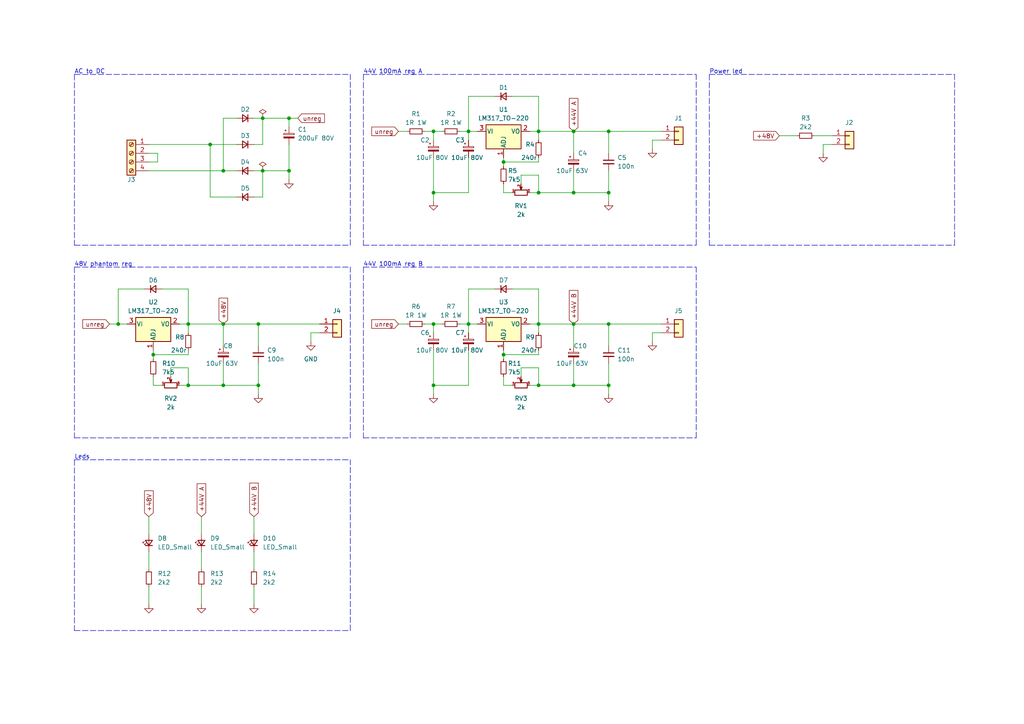
<source format=kicad_sch>
(kicad_sch (version 20211123) (generator eeschema)
  (paper "A4")
  (lib_symbols
    (symbol "Connector:Screw_Terminal_01x04" (pin_names (offset 1.016) hide)
      (property "Reference" "J" (at 0 5.08 0))
      (property "Value" "Screw_Terminal_01x04" (at 0 -7.62 0))
      (symbol "Screw_Terminal_01x04_1_1"
        (rectangle (start -1.27 3.81) (end 1.27 -6.35) (stroke (width 0.254)) (fill (type background)))
        (circle (center 0 -5.08) (radius 0.635) (stroke (width 0.1524)))
        (circle (center 0 -2.54) (radius 0.635) (stroke (width 0.1524)))
        (polyline (pts (xy -0.5334 -4.7498) (xy 0.3302 -5.588)) (stroke (width 0.1524)))
        (polyline (pts (xy -0.5334 -2.2098) (xy 0.3302 -3.048)) (stroke (width 0.1524)))
        (polyline (pts (xy -0.5334 0.3302) (xy 0.3302 -0.508)) (stroke (width 0.1524)))
        (polyline (pts (xy -0.5334 2.8702) (xy 0.3302 2.032)) (stroke (width 0.1524)))
        (polyline (pts (xy -0.3556 -4.572) (xy 0.508 -5.4102)) (stroke (width 0.1524)))
        (polyline (pts (xy -0.3556 -2.032) (xy 0.508 -2.8702)) (stroke (width 0.1524)))
        (polyline (pts (xy -0.3556 0.508) (xy 0.508 -0.3302)) (stroke (width 0.1524)))
        (polyline (pts (xy -0.3556 3.048) (xy 0.508 2.2098)) (stroke (width 0.1524)))
        (circle (center 0 0) (radius 0.635) (stroke (width 0.1524)))
        (circle (center 0 2.54) (radius 0.635) (stroke (width 0.1524)))
        (pin passive line (at -5.08 2.54 0) (length 3.81) (name "Pin_1") (number "1"))
        (pin passive line (at -5.08 0 0) (length 3.81) (name "Pin_2") (number "2"))
        (pin passive line (at -5.08 -2.54 0) (length 3.81) (name "Pin_3") (number "3"))
        (pin passive line (at -5.08 -5.08 0) (length 3.81) (name "Pin_4") (number "4"))
      )
    )
    (symbol "Connector_Generic:Conn_01x02" (pin_names (offset 1.016) hide)
      (property "Reference" "J" (at 0 2.54 0))
      (property "Value" "Conn_01x02" (at 0 -5.08 0))
      (symbol "Conn_01x02_1_1"
        (rectangle (start -1.27 -2.413) (end 0 -2.667) (stroke (width 0.1524)))
        (rectangle (start -1.27 0.127) (end 0 -0.127) (stroke (width 0.1524)))
        (rectangle (start -1.27 1.27) (end 1.27 -3.81) (stroke (width 0.254)) (fill (type background)))
        (pin passive line (at -5.08 0 0) (length 3.81) (name "Pin_1") (number "1"))
        (pin passive line (at -5.08 -2.54 0) (length 3.81) (name "Pin_2") (number "2"))
      )
    )
    (symbol "Device:C_Polarized_Small" (pin_numbers hide) (pin_names (offset 0.254) hide)
      (property "Reference" "C" (at 0.254 1.778 0))
      (property "Value" "C_Polarized_Small" (at 0.254 -2.032 0))
      (symbol "C_Polarized_Small_0_1"
        (rectangle (start -1.524 -0.3048) (end 1.524 -0.6858) (fill (type outline)))
        (rectangle (start -1.524 0.6858) (end 1.524 0.3048))
        (polyline (pts (xy -1.27 1.524) (xy -0.762 1.524)))
        (polyline (pts (xy -1.016 1.27) (xy -1.016 1.778)))
      )
      (symbol "C_Polarized_Small_1_1"
        (pin passive line (at 0 2.54 270) (length 1.8542) (name "~") (number "1"))
        (pin passive line (at 0 -2.54 90) (length 1.8542) (name "~") (number "2"))
      )
    )
    (symbol "Device:C_Small" (pin_numbers hide) (pin_names (offset 0.254) hide)
      (property "Reference" "C" (at 0.254 1.778 0))
      (property "Value" "C_Small" (at 0.254 -2.032 0))
      (symbol "C_Small_0_1"
        (polyline (pts (xy -1.524 -0.508) (xy 1.524 -0.508)) (stroke (width 0.3302)))
        (polyline (pts (xy -1.524 0.508) (xy 1.524 0.508)) (stroke (width 0.3048)))
      )
      (symbol "C_Small_1_1"
        (pin passive line (at 0 2.54 270) (length 2.032) (name "~") (number "1"))
        (pin passive line (at 0 -2.54 90) (length 2.032) (name "~") (number "2"))
      )
    )
    (symbol "Device:D_Small" (pin_numbers hide) (pin_names (offset 0.254) hide)
      (property "Reference" "D" (at -1.27 2.032 0))
      (property "Value" "D_Small" (at -3.81 -2.032 0))
      (symbol "D_Small_0_1"
        (polyline (pts (xy -0.762 -1.016) (xy -0.762 1.016)) (stroke (width 0.254)))
        (polyline (pts (xy -0.762 0) (xy 0.762 0)))
        (polyline (pts (xy 0.762 -1.016) (xy -0.762 0) (xy 0.762 1.016) (xy 0.762 -1.016)) (stroke (width 0.254)))
      )
      (symbol "D_Small_1_1"
        (pin passive line (at -2.54 0 0) (length 1.778) (name "K") (number "1"))
        (pin passive line (at 2.54 0 180) (length 1.778) (name "A") (number "2"))
      )
    )
    (symbol "Device:LED_Small" (pin_numbers hide) (pin_names (offset 0.254) hide)
      (property "Reference" "D" (at -1.27 3.175 0))
      (property "Value" "LED_Small" (at -4.445 -2.54 0))
      (symbol "LED_Small_0_1"
        (polyline (pts (xy -0.762 -1.016) (xy -0.762 1.016)) (stroke (width 0.254)))
        (polyline (pts (xy 1.016 0) (xy -0.762 0)))
        (polyline (pts (xy 0.762 -1.016) (xy -0.762 0) (xy 0.762 1.016) (xy 0.762 -1.016)) (stroke (width 0.254)))
        (polyline (pts (xy 0 0.762) (xy -0.508 1.27) (xy -0.254 1.27) (xy -0.508 1.27) (xy -0.508 1.016)))
        (polyline (pts (xy 0.508 1.27) (xy 0 1.778) (xy 0.254 1.778) (xy 0 1.778) (xy 0 1.524)))
      )
      (symbol "LED_Small_1_1"
        (pin passive line (at -2.54 0 0) (length 1.778) (name "K") (number "1"))
        (pin passive line (at 2.54 0 180) (length 1.778) (name "A") (number "2"))
      )
    )
    (symbol "Device:R_Potentiometer_Small" (pin_names (offset 1.016) hide)
      (property "Reference" "RV" (at -4.445 0 90))
      (property "Value" "R_Potentiometer_Small" (at -2.54 0 90))
      (symbol "R_Potentiometer_Small_0_1"
        (polyline (pts (xy 0.889 0) (xy 0.635 0) (xy 1.651 0.381) (xy 1.651 -0.381) (xy 0.635 0) (xy 0.889 0)) (fill (type outline)))
        (rectangle (start 0.762 1.8034) (end -0.762 -1.8034) (stroke (width 0.254)))
      )
      (symbol "R_Potentiometer_Small_1_1"
        (pin passive line (at 0 2.54 270) (length 0.635) (name "1") (number "1"))
        (pin passive line (at 2.54 0 180) (length 0.9906) (name "2") (number "2"))
        (pin passive line (at 0 -2.54 90) (length 0.635) (name "3") (number "3"))
      )
    )
    (symbol "Device:R_Small" (pin_numbers hide) (pin_names (offset 0.254) hide)
      (property "Reference" "R" (at 0.762 0.508 0))
      (property "Value" "R_Small" (at 0.762 -1.016 0))
      (symbol "R_Small_0_1"
        (rectangle (start -0.762 1.778) (end 0.762 -1.778) (stroke (width 0.2032)))
      )
      (symbol "R_Small_1_1"
        (pin passive line (at 0 2.54 270) (length 0.762) (name "~") (number "1"))
        (pin passive line (at 0 -2.54 90) (length 0.762) (name "~") (number "2"))
      )
    )
    (symbol "Regulator_Linear:LM317_TO-220" (pin_names (offset 0.254))
      (property "Reference" "U" (at -3.81 3.175 0))
      (property "Value" "LM317_TO-220" (at 0 3.175 0))
      (symbol "LM317_TO-220_0_1"
        (rectangle (start -5.08 1.905) (end 5.08 -5.08) (stroke (width 0.254)) (fill (type background)))
      )
      (symbol "LM317_TO-220_1_1"
        (pin input line (at 0 -7.62 90) (length 2.54) (name "ADJ") (number "1"))
        (pin power_out line (at 7.62 0 180) (length 2.54) (name "VO") (number "2"))
        (pin power_in line (at -7.62 0 0) (length 2.54) (name "VI") (number "3"))
      )
    )
    (symbol "power:GND" (power) (pin_names (offset 0))
      (property "Value" "GND" (at 0 -3.81 0))
      (symbol "GND_0_1"
        (polyline (pts (xy 0 0) (xy 0 -1.27) (xy 1.27 -1.27) (xy 0 -2.54) (xy -1.27 -1.27) (xy 0 -1.27)))
      )
      (symbol "GND_1_1"
        (pin power_in line (at 0 0 270) (length 0) hide (name "GND") (number "1"))
      )
    )
    (symbol "power:PWR_FLAG" (power) (pin_numbers hide) (pin_names (offset 0) hide)
      (property "Value" "PWR_FLAG" (at 0 3.81 0))
      (symbol "PWR_FLAG_0_0"
        (pin power_out line (at 0 0 90) (length 0) (name "pwr") (number "1"))
      )
      (symbol "PWR_FLAG_0_1"
        (polyline (pts (xy 0 0) (xy 0 1.27) (xy -1.016 1.905) (xy 0 2.54) (xy 1.016 1.905) (xy 0 1.27)))
      )
    )
  )
  (junction (at 125.73 38.1))
  (junction (at 166.37 111.76))
  (junction (at 54.61 111.76))
  (junction (at 146.05 102.87))
  (junction (at 74.93 111.76))
  (junction (at 64.77 111.76))
  (junction (at 83.82 49.53))
  (junction (at 125.73 93.98))
  (junction (at 176.53 111.76))
  (junction (at 76.2 34.29))
  (junction (at 166.37 55.88))
  (junction (at 156.21 93.98))
  (junction (at 64.77 49.53))
  (junction (at 125.73 55.88))
  (junction (at 74.93 93.98))
  (junction (at 60.96 41.91))
  (junction (at 76.2 49.53))
  (junction (at 156.21 111.76))
  (junction (at 34.29 93.98))
  (junction (at 156.21 38.1))
  (junction (at 135.89 38.1))
  (junction (at 135.89 93.98))
  (junction (at 83.82 34.29))
  (junction (at 64.77 93.98))
  (junction (at 146.05 46.99))
  (junction (at 166.37 93.98))
  (junction (at 125.73 111.76))
  (junction (at 54.61 93.98))
  (junction (at 176.53 38.1))
  (junction (at 44.45 102.87))
  (junction (at 166.37 38.1))
  (junction (at 176.53 93.98))
  (junction (at 156.21 55.88))
  (junction (at 176.53 55.88))
  (wire (pts (xy 34.29 83.82) (xy 34.29 93.98)))
  (wire (pts (xy 49.53 106.68) (xy 49.53 109.22)))
  (wire (pts (xy 58.42 170.18) (xy 58.42 175.26)))
  (wire (pts (xy 125.73 101.6) (xy 125.73 111.76)))
  (wire (pts (xy 64.77 93.98) (xy 64.77 100.33)))
  (wire (pts (xy 166.37 38.1) (xy 166.37 44.45)))
  (wire (pts (xy 135.89 27.94) (xy 135.89 38.1)))
  (wire (pts (xy 125.73 45.72) (xy 125.73 55.88)))
  (wire (pts (xy 135.89 55.88) (xy 125.73 55.88)))
  (wire (pts (xy 64.77 34.29) (xy 68.58 34.29)))
  (polyline (pts (xy 101.6 127) (xy 101.6 77.47)))
  (wire (pts (xy 52.07 93.98) (xy 54.61 93.98)))
  (polyline (pts (xy 21.59 71.12) (xy 101.6 71.12)))
  (wire (pts (xy 146.05 45.72) (xy 146.05 46.99)))
  (wire (pts (xy 176.53 38.1) (xy 176.53 44.45)))
  (wire (pts (xy 156.21 93.98) (xy 156.21 96.52)))
  (polyline (pts (xy 21.59 77.47) (xy 21.59 127)))
  (wire (pts (xy 156.21 111.76) (xy 166.37 111.76)))
  (wire (pts (xy 60.96 57.15) (xy 68.58 57.15)))
  (wire (pts (xy 156.21 27.94) (xy 156.21 38.1)))
  (wire (pts (xy 31.75 93.98) (xy 34.29 93.98)))
  (wire (pts (xy 60.96 41.91) (xy 68.58 41.91)))
  (wire (pts (xy 146.05 111.76) (xy 148.59 111.76)))
  (wire (pts (xy 148.59 27.94) (xy 156.21 27.94)))
  (wire (pts (xy 44.45 111.76) (xy 46.99 111.76)))
  (polyline (pts (xy 105.41 77.47) (xy 201.93 77.47)))
  (wire (pts (xy 64.77 34.29) (xy 64.77 49.53)))
  (wire (pts (xy 176.53 55.88) (xy 176.53 58.42)))
  (wire (pts (xy 146.05 102.87) (xy 146.05 104.14)))
  (wire (pts (xy 125.73 55.88) (xy 125.73 58.42)))
  (wire (pts (xy 166.37 49.53) (xy 166.37 55.88)))
  (wire (pts (xy 176.53 93.98) (xy 176.53 100.33)))
  (wire (pts (xy 153.67 93.98) (xy 156.21 93.98)))
  (polyline (pts (xy 101.6 182.88) (xy 101.6 133.35)))
  (wire (pts (xy 44.45 102.87) (xy 44.45 104.14)))
  (wire (pts (xy 123.19 38.1) (xy 125.73 38.1)))
  (wire (pts (xy 176.53 38.1) (xy 191.77 38.1)))
  (wire (pts (xy 76.2 49.53) (xy 76.2 57.15)))
  (wire (pts (xy 176.53 93.98) (xy 191.77 93.98)))
  (wire (pts (xy 125.73 111.76) (xy 125.73 114.3)))
  (wire (pts (xy 60.96 41.91) (xy 60.96 57.15)))
  (wire (pts (xy 41.91 83.82) (xy 34.29 83.82)))
  (wire (pts (xy 146.05 55.88) (xy 148.59 55.88)))
  (wire (pts (xy 125.73 38.1) (xy 128.27 38.1)))
  (polyline (pts (xy 21.59 21.59) (xy 101.6 21.59)))
  (wire (pts (xy 146.05 101.6) (xy 146.05 102.87)))
  (polyline (pts (xy 105.41 21.59) (xy 201.93 21.59)))
  (polyline (pts (xy 201.93 127) (xy 201.93 77.47)))
  (wire (pts (xy 54.61 102.87) (xy 44.45 102.87)))
  (polyline (pts (xy 101.6 71.12) (xy 101.6 21.59)))
  (wire (pts (xy 133.35 38.1) (xy 135.89 38.1)))
  (wire (pts (xy 156.21 93.98) (xy 166.37 93.98)))
  (wire (pts (xy 46.99 83.82) (xy 54.61 83.82)))
  (wire (pts (xy 74.93 111.76) (xy 74.93 114.3)))
  (wire (pts (xy 226.06 39.37) (xy 231.14 39.37)))
  (wire (pts (xy 238.76 41.91) (xy 241.3 41.91)))
  (wire (pts (xy 54.61 93.98) (xy 64.77 93.98)))
  (wire (pts (xy 166.37 111.76) (xy 176.53 111.76)))
  (wire (pts (xy 44.45 109.22) (xy 44.45 111.76)))
  (wire (pts (xy 176.53 55.88) (xy 176.53 49.53)))
  (wire (pts (xy 133.35 93.98) (xy 135.89 93.98)))
  (wire (pts (xy 83.82 49.53) (xy 83.82 52.07)))
  (wire (pts (xy 146.05 53.34) (xy 146.05 55.88)))
  (wire (pts (xy 143.51 83.82) (xy 135.89 83.82)))
  (polyline (pts (xy 105.41 71.12) (xy 201.93 71.12)))
  (wire (pts (xy 73.66 57.15) (xy 76.2 57.15)))
  (wire (pts (xy 166.37 93.98) (xy 166.37 100.33)))
  (wire (pts (xy 54.61 101.6) (xy 54.61 102.87)))
  (polyline (pts (xy 21.59 77.47) (xy 101.6 77.47)))
  (wire (pts (xy 143.51 27.94) (xy 135.89 27.94)))
  (wire (pts (xy 58.42 160.02) (xy 58.42 165.1)))
  (wire (pts (xy 83.82 41.91) (xy 83.82 49.53)))
  (polyline (pts (xy 105.41 21.59) (xy 105.41 71.12)))
  (wire (pts (xy 236.22 39.37) (xy 241.3 39.37)))
  (polyline (pts (xy 21.59 133.35) (xy 21.59 182.88)))
  (wire (pts (xy 153.67 55.88) (xy 156.21 55.88)))
  (wire (pts (xy 156.21 106.68) (xy 151.13 106.68)))
  (wire (pts (xy 146.05 109.22) (xy 146.05 111.76)))
  (wire (pts (xy 189.23 43.18) (xy 189.23 40.64)))
  (wire (pts (xy 34.29 93.98) (xy 36.83 93.98)))
  (wire (pts (xy 43.18 44.45) (xy 45.72 44.45)))
  (wire (pts (xy 73.66 34.29) (xy 76.2 34.29)))
  (polyline (pts (xy 21.59 182.88) (xy 101.6 182.88)))
  (wire (pts (xy 135.89 38.1) (xy 135.89 40.64)))
  (wire (pts (xy 74.93 93.98) (xy 74.93 100.33)))
  (wire (pts (xy 64.77 105.41) (xy 64.77 111.76)))
  (polyline (pts (xy 21.59 21.59) (xy 21.59 71.12)))
  (wire (pts (xy 74.93 93.98) (xy 92.71 93.98)))
  (wire (pts (xy 146.05 46.99) (xy 146.05 48.26)))
  (polyline (pts (xy 201.93 71.12) (xy 201.93 21.59)))
  (wire (pts (xy 166.37 93.98) (xy 176.53 93.98)))
  (wire (pts (xy 125.73 93.98) (xy 125.73 96.52)))
  (wire (pts (xy 166.37 55.88) (xy 176.53 55.88)))
  (wire (pts (xy 83.82 34.29) (xy 86.36 34.29)))
  (polyline (pts (xy 105.41 77.47) (xy 105.41 127)))
  (wire (pts (xy 156.21 46.99) (xy 146.05 46.99)))
  (wire (pts (xy 153.67 111.76) (xy 156.21 111.76)))
  (wire (pts (xy 123.19 93.98) (xy 125.73 93.98)))
  (polyline (pts (xy 205.74 21.59) (xy 276.86 21.59)))
  (wire (pts (xy 73.66 160.02) (xy 73.66 165.1)))
  (polyline (pts (xy 105.41 127) (xy 201.93 127)))
  (wire (pts (xy 135.89 101.6) (xy 135.89 111.76)))
  (wire (pts (xy 176.53 111.76) (xy 176.53 114.3)))
  (wire (pts (xy 189.23 96.52) (xy 191.77 96.52)))
  (wire (pts (xy 54.61 83.82) (xy 54.61 93.98)))
  (wire (pts (xy 73.66 149.86) (xy 73.66 154.94)))
  (wire (pts (xy 135.89 93.98) (xy 138.43 93.98)))
  (wire (pts (xy 58.42 149.86) (xy 58.42 154.94)))
  (wire (pts (xy 135.89 93.98) (xy 135.89 96.52)))
  (wire (pts (xy 156.21 83.82) (xy 156.21 93.98)))
  (wire (pts (xy 153.67 38.1) (xy 156.21 38.1)))
  (wire (pts (xy 156.21 38.1) (xy 156.21 40.64)))
  (wire (pts (xy 52.07 111.76) (xy 54.61 111.76)))
  (wire (pts (xy 83.82 49.53) (xy 76.2 49.53)))
  (wire (pts (xy 64.77 93.98) (xy 74.93 93.98)))
  (wire (pts (xy 76.2 34.29) (xy 83.82 34.29)))
  (wire (pts (xy 54.61 111.76) (xy 64.77 111.76)))
  (wire (pts (xy 156.21 38.1) (xy 166.37 38.1)))
  (wire (pts (xy 115.57 93.98) (xy 118.11 93.98)))
  (wire (pts (xy 135.89 38.1) (xy 138.43 38.1)))
  (wire (pts (xy 90.17 99.06) (xy 90.17 96.52)))
  (wire (pts (xy 135.89 83.82) (xy 135.89 93.98)))
  (wire (pts (xy 176.53 105.41) (xy 176.53 111.76)))
  (wire (pts (xy 74.93 105.41) (xy 74.93 111.76)))
  (wire (pts (xy 83.82 34.29) (xy 83.82 36.83)))
  (wire (pts (xy 135.89 111.76) (xy 125.73 111.76)))
  (wire (pts (xy 45.72 46.99) (xy 43.18 46.99)))
  (wire (pts (xy 43.18 170.18) (xy 43.18 175.26)))
  (wire (pts (xy 156.21 55.88) (xy 166.37 55.88)))
  (wire (pts (xy 156.21 50.8) (xy 151.13 50.8)))
  (polyline (pts (xy 21.59 133.35) (xy 101.6 133.35)))
  (wire (pts (xy 166.37 38.1) (xy 176.53 38.1)))
  (wire (pts (xy 156.21 45.72) (xy 156.21 46.99)))
  (wire (pts (xy 156.21 55.88) (xy 156.21 50.8)))
  (wire (pts (xy 73.66 49.53) (xy 76.2 49.53)))
  (wire (pts (xy 156.21 101.6) (xy 156.21 102.87)))
  (wire (pts (xy 151.13 50.8) (xy 151.13 53.34)))
  (polyline (pts (xy 276.86 71.12) (xy 276.86 21.59)))
  (wire (pts (xy 90.17 96.52) (xy 92.71 96.52)))
  (polyline (pts (xy 205.74 71.12) (xy 276.86 71.12)))
  (wire (pts (xy 64.77 111.76) (xy 74.93 111.76)))
  (polyline (pts (xy 205.74 21.59) (xy 205.74 71.12)))
  (wire (pts (xy 151.13 106.68) (xy 151.13 109.22)))
  (wire (pts (xy 76.2 34.29) (xy 76.2 41.91)))
  (wire (pts (xy 54.61 111.76) (xy 54.61 106.68)))
  (wire (pts (xy 43.18 160.02) (xy 43.18 165.1)))
  (wire (pts (xy 115.57 38.1) (xy 118.11 38.1)))
  (wire (pts (xy 73.66 170.18) (xy 73.66 175.26)))
  (wire (pts (xy 44.45 101.6) (xy 44.45 102.87)))
  (wire (pts (xy 135.89 45.72) (xy 135.89 55.88)))
  (wire (pts (xy 54.61 106.68) (xy 49.53 106.68)))
  (wire (pts (xy 64.77 49.53) (xy 68.58 49.53)))
  (wire (pts (xy 54.61 93.98) (xy 54.61 96.52)))
  (wire (pts (xy 166.37 105.41) (xy 166.37 111.76)))
  (wire (pts (xy 189.23 40.64) (xy 191.77 40.64)))
  (wire (pts (xy 148.59 83.82) (xy 156.21 83.82)))
  (wire (pts (xy 43.18 49.53) (xy 64.77 49.53)))
  (wire (pts (xy 125.73 93.98) (xy 128.27 93.98)))
  (wire (pts (xy 125.73 38.1) (xy 125.73 40.64)))
  (wire (pts (xy 73.66 41.91) (xy 76.2 41.91)))
  (wire (pts (xy 189.23 99.06) (xy 189.23 96.52)))
  (wire (pts (xy 43.18 149.86) (xy 43.18 154.94)))
  (wire (pts (xy 156.21 111.76) (xy 156.21 106.68)))
  (wire (pts (xy 43.18 41.91) (xy 60.96 41.91)))
  (wire (pts (xy 238.76 44.45) (xy 238.76 41.91)))
  (wire (pts (xy 156.21 102.87) (xy 146.05 102.87)))
  (wire (pts (xy 45.72 44.45) (xy 45.72 46.99)))
  (polyline (pts (xy 21.59 127) (xy 101.6 127)))
  (text "44V 100mA reg A" (at 105.41 21.59 0) (effects (font (size 1.27 1.27)) (justify left bottom)))
  (text "Leds" (at 21.59 133.35 0) (effects (font (size 1.27 1.27)) (justify left bottom)))
  (text "44V 100mA reg B" (at 105.41 77.47 0) (effects (font (size 1.27 1.27)) (justify left bottom)))
  (text "Power led" (at 205.74 21.59 0) (effects (font (size 1.27 1.27)) (justify left bottom)))
  (text "48V phantom reg" (at 21.59 77.47 0) (effects (font (size 1.27 1.27)) (justify left bottom)))
  (text "AC to DC" (at 21.59 21.59 0) (effects (font (size 1.27 1.27)) (justify left bottom)))
  (global_label "+44V B" (shape input) (at 73.66 149.86 90) (property "Intersheet References" "${INTERSHEET_REFS}" (effects hide)))
  (global_label "unreg" (shape input) (at 115.57 93.98 180) (property "Intersheet References" "${INTERSHEET_REFS}" (effects hide)))
  (global_label "+48V" (shape input) (at 64.77 93.98 90) (property "Intersheet References" "${INTERSHEET_REFS}" (effects hide)))
  (global_label "+44V A" (shape input) (at 58.42 149.86 90) (property "Intersheet References" "${INTERSHEET_REFS}" (effects hide)))
  (global_label "+48V" (shape input) (at 226.06 39.37 180) (property "Intersheet References" "${INTERSHEET_REFS}" (effects hide)))
  (global_label "unreg" (shape input) (at 115.57 38.1 180) (property "Intersheet References" "${INTERSHEET_REFS}" (effects hide)))
  (global_label "+48V" (shape input) (at 43.18 149.86 90) (property "Intersheet References" "${INTERSHEET_REFS}" (effects hide)))
  (global_label "+44V A" (shape input) (at 166.37 38.1 90) (property "Intersheet References" "${INTERSHEET_REFS}" (effects hide)))
  (global_label "unreg" (shape input) (at 86.36 34.29 0) (property "Intersheet References" "${INTERSHEET_REFS}" (effects hide)))
  (global_label "unreg" (shape input) (at 31.75 93.98 180) (property "Intersheet References" "${INTERSHEET_REFS}" (effects hide)))
  (global_label "+44V B" (shape input) (at 166.37 93.98 90) (property "Intersheet References" "${INTERSHEET_REFS}" (effects hide)))
  (symbol (lib_id "Device:LED_Small") (at 43.18 157.48 90) (unit 1)
    (property "Reference" "D8" (at 45.72 156.1464 90) (effects (justify right)))
    (property "Value" "LED_Small" (at 45.72 158.6864 90) (effects (justify right)))
    (property "Footprint" "LED_THT:LED_D3.0mm" (effects hide))
  )
  (symbol (lib_id "Device:D_Small") (at 44.45 83.82 0) (unit 1)
    (property "Reference" "D6" (at 44.45 81.28 0))
    (property "Value" "1n4004" (effects hide))
    (property "Footprint" "Diode_THT:D_DO-41_SOD81_P10.16mm_Horizontal" (effects hide))
  )
  (symbol (lib_id "Device:R_Small") (at 146.05 50.8 180) (unit 1)
    (property "Reference" "R5" (at 147.32 49.53 0) (effects (justify right)))
    (property "Value" "7k5" (at 147.32 52.07 0) (effects (justify right)))
    (property "Footprint" "Resistor_THT:R_Axial_DIN0207_L6.3mm_D2.5mm_P10.16mm_Horizontal" (effects hide))
    (property "Mouser #" "603-MFR-25FRF52-7K5" (effects hide))
  )
  (symbol (lib_id "Device:R_Potentiometer_Small") (at 151.13 55.88 90) (unit 1)
    (property "Reference" "RV1" (at 151.13 59.69 90))
    (property "Value" "2k" (at 151.13 62.23 90))
    (property "Footprint" "Potentiometer_THT:Potentiometer_Piher_PT-10-V05_Vertical" (effects hide))
  )
  (symbol (lib_id "Device:C_Polarized_Small") (at 125.73 43.18 0) (unit 1)
    (property "Reference" "C2" (at 121.92 40.64 0) (effects (justify left)))
    (property "Value" "10uF 80V" (at 120.65 45.72 0) (effects (justify left)))
    (property "Footprint" "Capacitor_THT:CP_Radial_D6.3mm_P2.50mm" (effects hide))
  )
  (symbol (lib_id "Regulator_Linear:LM317_TO-220") (at 146.05 93.98 0) (unit 1)
    (property "Reference" "U3" (at 146.05 87.63 0))
    (property "Value" "LM317_TO-220" (at 146.05 90.17 0))
    (property "Footprint" "Package_TO_SOT_THT:TO-220-3_Vertical" (effects hide))
    (property "Datasheet" "http://www.ti.com/lit/ds/symlink/lm317.pdf" (effects hide))
    (property "Mouser #" " 511-LM317BT " (effects hide))
  )
  (symbol (lib_id "Device:R_Small") (at 130.81 93.98 90) (unit 1)
    (property "Reference" "R7" (at 130.81 88.9 90))
    (property "Value" "1R 1W" (at 130.81 91.44 90))
    (property "Footprint" "Resistor_THT:R_Axial_DIN0414_L11.9mm_D4.5mm_P20.32mm_Horizontal" (effects hide))
    (property "Mouser #" "603-MFR100FTE52-1R " (effects hide))
  )
  (symbol (lib_id "Device:D_Small") (at 71.12 49.53 0) (unit 1)
    (property "Reference" "D4" (at 71.12 46.99 0))
    (property "Value" "1n4004" (effects hide))
    (property "Footprint" "Diode_THT:D_DO-41_SOD81_P10.16mm_Horizontal" (effects hide))
  )
  (symbol (lib_id "Device:R_Small") (at 73.66 167.64 180) (unit 1)
    (property "Reference" "R14" (at 76.2 166.3699 0) (effects (justify right)))
    (property "Value" "2k2" (at 76.2 168.9099 0) (effects (justify right)))
    (property "Footprint" "Resistor_THT:R_Axial_DIN0207_L6.3mm_D2.5mm_P10.16mm_Horizontal" (effects hide))
    (property "Mouser #" "603-MFR-25FRF52-2K2" (effects hide))
  )
  (symbol (lib_id "Device:R_Small") (at 120.65 93.98 90) (unit 1)
    (property "Reference" "R6" (at 120.65 88.9 90))
    (property "Value" "1R 1W" (at 120.65 91.44 90))
    (property "Footprint" "Resistor_THT:R_Axial_DIN0411_L9.9mm_D3.6mm_P15.24mm_Horizontal" (effects hide))
    (property "Mouser #" "603-MFR100FTE52-1R " (effects hide))
  )
  (symbol (lib_id "Device:C_Polarized_Small") (at 135.89 43.18 0) (unit 1)
    (property "Reference" "C3" (at 132.08 40.64 0) (effects (justify left)))
    (property "Value" "10uF 80V" (at 130.81 45.72 0) (effects (justify left)))
    (property "Footprint" "Capacitor_THT:CP_Radial_D6.3mm_P2.50mm" (effects hide))
  )
  (symbol (lib_id "Device:R_Small") (at 146.05 106.68 180) (unit 1)
    (property "Reference" "R11" (at 147.32 105.41 0) (effects (justify right)))
    (property "Value" "7k5" (at 147.32 107.95 0) (effects (justify right)))
    (property "Footprint" "Resistor_THT:R_Axial_DIN0207_L6.3mm_D2.5mm_P10.16mm_Horizontal" (effects hide))
    (property "Mouser #" "603-MFR-25FRF52-7K5" (effects hide))
  )
  (symbol (lib_id "power:GND") (at 90.17 99.06 0) (unit 1)
    (property "Reference" "#PWR06" (effects hide))
    (property "Value" "GND" (at 90.17 104.14 0))
  )
  (symbol (lib_id "Device:C_Small") (at 74.93 102.87 0) (unit 1)
    (property "Reference" "C9" (at 77.47 101.6062 0) (effects (justify left)))
    (property "Value" "100n" (at 77.47 104.1462 0) (effects (justify left)))
    (property "Footprint" "Capacitor_THT:C_Disc_D5.0mm_W2.5mm_P2.50mm" (effects hide))
  )
  (symbol (lib_id "power:GND") (at 125.73 58.42 0) (unit 1)
    (property "Reference" "#PWR04" (effects hide))
    (property "Value" "GND" (effects hide))
  )
  (symbol (lib_id "Device:D_Small") (at 71.12 57.15 0) (unit 1)
    (property "Reference" "D5" (at 71.12 54.61 0))
    (property "Value" "1n4004" (effects hide))
    (property "Footprint" "Diode_THT:D_DO-41_SOD81_P10.16mm_Horizontal" (effects hide))
  )
  (symbol (lib_id "Device:R_Small") (at 44.45 106.68 180) (unit 1)
    (property "Reference" "R10" (at 46.99 105.4099 0) (effects (justify right)))
    (property "Value" "7k5" (at 46.99 107.9499 0) (effects (justify right)))
    (property "Footprint" "Resistor_THT:R_Axial_DIN0207_L6.3mm_D2.5mm_P10.16mm_Horizontal" (effects hide))
    (property "Mouser #" "603-MFR-25FRF52-7K5" (effects hide))
  )
  (symbol (lib_id "Regulator_Linear:LM317_TO-220") (at 44.45 93.98 0) (unit 1)
    (property "Reference" "U2" (at 44.45 87.63 0))
    (property "Value" "LM317_TO-220" (at 44.45 90.17 0))
    (property "Footprint" "Package_TO_SOT_THT:TO-220-3_Vertical" (effects hide))
    (property "Datasheet" "http://www.ti.com/lit/ds/symlink/lm317.pdf" (effects hide))
    (property "Mouser #" " 511-LM317BT " (effects hide))
  )
  (symbol (lib_id "Device:R_Potentiometer_Small") (at 49.53 111.76 90) (unit 1)
    (property "Reference" "RV2" (at 49.53 115.57 90))
    (property "Value" "2k" (at 49.53 118.11 90))
    (property "Footprint" "Potentiometer_THT:Potentiometer_Piher_PT-10-V05_Vertical" (effects hide))
  )
  (symbol (lib_id "Device:D_Small") (at 146.05 83.82 0) (unit 1)
    (property "Reference" "D7" (at 146.05 81.28 0))
    (property "Value" "1n4004" (effects hide))
    (property "Footprint" "Diode_THT:D_DO-41_SOD81_P10.16mm_Horizontal" (effects hide))
  )
  (symbol (lib_id "Device:R_Small") (at 130.81 38.1 90) (unit 1)
    (property "Reference" "R2" (at 130.81 33.02 90))
    (property "Value" "1R 1W" (at 130.81 35.56 90))
    (property "Footprint" "Resistor_THT:R_Axial_DIN0411_L9.9mm_D3.6mm_P15.24mm_Horizontal" (effects hide))
    (property "Mouser #" "603-MFR100FTE52-1R " (effects hide))
  )
  (symbol (lib_id "power:GND") (at 176.53 114.3 0) (unit 1)
    (property "Reference" "#PWR010" (effects hide))
    (property "Value" "GND" (effects hide))
  )
  (symbol (lib_id "Regulator_Linear:LM317_TO-220") (at 146.05 38.1 0) (unit 1)
    (property "Reference" "U1" (at 146.05 31.75 0))
    (property "Value" "LM317_TO-220" (at 146.05 34.29 0))
    (property "Footprint" "Package_TO_SOT_THT:TO-220-3_Vertical" (effects hide))
    (property "Datasheet" "http://www.ti.com/lit/ds/symlink/lm317.pdf" (effects hide))
    (property "Mouser #" " 511-LM317BT " (effects hide))
  )
  (symbol (lib_id "Device:D_Small") (at 71.12 41.91 0) (mirror y) (unit 1)
    (property "Reference" "D3" (at 71.12 39.37 0))
    (property "Value" "1n4004" (effects hide))
    (property "Footprint" "Diode_THT:D_DO-41_SOD81_P10.16mm_Horizontal" (effects hide))
  )
  (symbol (lib_id "power:GND") (at 83.82 52.07 0) (unit 1)
    (property "Reference" "#PWR03" (effects hide))
    (property "Value" "GND" (effects hide))
  )
  (symbol (lib_id "Device:C_Polarized_Small") (at 166.37 102.87 0) (unit 1)
    (property "Reference" "C10" (at 166.37 100.33 0) (effects (justify left)))
    (property "Value" "10uF 63V" (at 161.29 105.41 0) (effects (justify left)))
    (property "Footprint" "Capacitor_THT:CP_Radial_D6.3mm_P2.50mm" (effects hide))
  )
  (symbol (lib_id "Device:C_Polarized_Small") (at 83.82 39.37 0) (unit 1)
    (property "Reference" "C1" (at 86.36 37.5538 0) (effects (justify left)))
    (property "Value" "200uF 80V" (at 86.36 40.0938 0) (effects (justify left)))
    (property "Footprint" "Capacitor_THT:CP_Radial_D12.5mm_P5.00mm" (effects hide))
  )
  (symbol (lib_id "Device:R_Small") (at 156.21 43.18 180) (unit 1)
    (property "Reference" "R4" (at 152.4 41.91 0) (effects (justify right)))
    (property "Value" "240r" (at 151.13 45.72 0) (effects (justify right)))
    (property "Footprint" "Resistor_THT:R_Axial_DIN0207_L6.3mm_D2.5mm_P10.16mm_Horizontal" (effects hide))
    (property "Mouser #" "603-MFR-25FRF52-240R " (effects hide))
  )
  (symbol (lib_id "Connector:Screw_Terminal_01x04") (at 38.1 44.45 0) (mirror y) (unit 1)
    (property "Reference" "J3" (at 38.1 52.07 0))
    (property "Value" " " (effects hide))
    (property "Footprint" "TerminalBlock_Phoenix:TerminalBlock_Phoenix_PT-1,5-4-5.0-H_1x04_P5.00mm_Horizontal" (effects hide))
    (property "Function" "Screw_Terminal_01x04" (effects hide))
  )
  (symbol (lib_id "Device:D_Small") (at 146.05 27.94 0) (unit 1)
    (property "Reference" "D1" (at 146.05 25.4 0))
    (property "Value" "1n4004" (effects hide))
    (property "Footprint" "Diode_THT:D_DO-41_SOD81_P10.16mm_Horizontal" (effects hide))
  )
  (symbol (lib_id "Device:R_Small") (at 58.42 167.64 180) (unit 1)
    (property "Reference" "R13" (at 60.96 166.3699 0) (effects (justify right)))
    (property "Value" "2k2" (at 60.96 168.9099 0) (effects (justify right)))
    (property "Footprint" "Resistor_THT:R_Axial_DIN0207_L6.3mm_D2.5mm_P10.16mm_Horizontal" (effects hide))
    (property "Mouser #" "603-MFR-25FRF52-2K2" (effects hide))
  )
  (symbol (lib_id "Device:C_Polarized_Small") (at 125.73 99.06 0) (unit 1)
    (property "Reference" "C6" (at 121.92 96.52 0) (effects (justify left)))
    (property "Value" "10uF 80V" (at 120.65 101.6 0) (effects (justify left)))
    (property "Footprint" "Capacitor_THT:CP_Radial_D6.3mm_P2.50mm" (effects hide))
  )
  (symbol (lib_id "Device:R_Small") (at 156.21 99.06 180) (unit 1)
    (property "Reference" "R9" (at 152.4 97.79 0) (effects (justify right)))
    (property "Value" "240r" (at 151.13 101.6 0) (effects (justify right)))
    (property "Footprint" "Resistor_THT:R_Axial_DIN0207_L6.3mm_D2.5mm_P10.16mm_Horizontal" (effects hide))
    (property "Mouser #" "603-MFR-25FRF52-240R " (effects hide))
  )
  (symbol (lib_id "Device:C_Small") (at 176.53 102.87 0) (unit 1)
    (property "Reference" "C11" (at 179.07 101.6062 0) (effects (justify left)))
    (property "Value" "100n" (at 179.07 104.1462 0) (effects (justify left)))
    (property "Footprint" "Capacitor_THT:C_Disc_D5.0mm_W2.5mm_P2.50mm" (effects hide))
  )
  (symbol (lib_id "power:GND") (at 176.53 58.42 0) (unit 1)
    (property "Reference" "#PWR05" (effects hide))
    (property "Value" "GND" (effects hide))
  )
  (symbol (lib_id "Device:R_Small") (at 233.68 39.37 270) (unit 1)
    (property "Reference" "R3" (at 233.68 34.29 90))
    (property "Value" "2k2" (at 233.68 36.83 90))
    (property "Footprint" "Resistor_THT:R_Axial_DIN0207_L6.3mm_D2.5mm_P10.16mm_Horizontal" (effects hide))
    (property "Mouser #" "603-MFR-25FRF52-2K2" (effects hide))
  )
  (symbol (lib_id "Connector_Generic:Conn_01x02") (at 196.85 93.98 0) (unit 1)
    (property "Reference" "J5" (at 195.58 90.17 0) (effects (justify left)))
    (property "Value" " " (at 194.31 100.33 0) (effects (justify left)))
    (property "Footprint" "Connector_Molex:Molex_KK-396_5273-02A_1x02_P3.96mm_Vertical" (effects hide))
    (property "Function" "44V B" (effects hide))
  )
  (symbol (lib_id "Connector_Generic:Conn_01x02") (at 97.79 93.98 0) (unit 1)
    (property "Reference" "J4" (at 96.52 90.17 0) (effects (justify left)))
    (property "Value" " " (at 91.44 99.06 0) (effects (justify left)))
    (property "Footprint" "Connector_Molex:Molex_KK-254_AE-6410-02A_1x02_P2.54mm_Vertical" (effects hide))
    (property "Function" "48V phantom" (effects hide))
  )
  (symbol (lib_id "Device:D_Small") (at 71.12 34.29 0) (mirror y) (unit 1)
    (property "Reference" "D2" (at 71.12 31.75 0))
    (property "Value" "1n4004" (effects hide))
    (property "Footprint" "Diode_THT:D_DO-41_SOD81_P10.16mm_Horizontal" (effects hide))
  )
  (symbol (lib_id "power:GND") (at 58.42 175.26 0) (unit 1)
    (property "Reference" "#PWR012" (effects hide))
    (property "Value" "GND" (effects hide))
  )
  (symbol (lib_id "Device:R_Potentiometer_Small") (at 151.13 111.76 90) (unit 1)
    (property "Reference" "RV3" (at 151.13 115.57 90))
    (property "Value" "2k" (at 151.13 118.11 90))
    (property "Footprint" "Potentiometer_THT:Potentiometer_Piher_PT-10-V05_Vertical" (effects hide))
  )
  (symbol (lib_id "power:GND") (at 73.66 175.26 0) (unit 1)
    (property "Reference" "#PWR013" (effects hide))
    (property "Value" "GND" (effects hide))
  )
  (symbol (lib_id "power:GND") (at 43.18 175.26 0) (unit 1)
    (property "Reference" "#PWR011" (effects hide))
    (property "Value" "GND" (effects hide))
  )
  (symbol (lib_id "Device:R_Small") (at 120.65 38.1 90) (unit 1)
    (property "Reference" "R1" (at 120.65 33.02 90))
    (property "Value" "1R 1W" (at 120.65 35.56 90))
    (property "Footprint" "Resistor_THT:R_Axial_DIN0411_L9.9mm_D3.6mm_P15.24mm_Horizontal" (effects hide))
    (property "Mouser #" "603-MFR100FTE52-1R " (effects hide))
  )
  (symbol (lib_id "power:PWR_FLAG") (at 76.2 49.53 0) (unit 1)
    (property "Reference" "#FLG0102" (effects hide))
    (property "Value" "PWR_FLAG" (effects hide))
  )
  (symbol (lib_id "power:GND") (at 125.73 114.3 0) (unit 1)
    (property "Reference" "#PWR09" (effects hide))
    (property "Value" "GND" (effects hide))
  )
  (symbol (lib_id "Device:R_Small") (at 54.61 99.06 180) (unit 1)
    (property "Reference" "R8" (at 50.8 97.79 0) (effects (justify right)))
    (property "Value" "240r" (at 49.53 101.6 0) (effects (justify right)))
    (property "Footprint" "Resistor_THT:R_Axial_DIN0207_L6.3mm_D2.5mm_P10.16mm_Horizontal" (effects hide))
    (property "Mouser #" "603-MFR-25FRF52-240R " (effects hide))
  )
  (symbol (lib_id "power:GND") (at 189.23 99.06 0) (unit 1)
    (property "Reference" "#PWR07" (effects hide))
    (property "Value" "GND" (effects hide))
  )
  (symbol (lib_id "Device:C_Polarized_Small") (at 166.37 46.99 0) (unit 1)
    (property "Reference" "C4" (at 167.64 44.45 0) (effects (justify left)))
    (property "Value" "10uF 63V" (at 161.29 49.53 0) (effects (justify left)))
    (property "Footprint" "Capacitor_THT:CP_Radial_D6.3mm_P2.50mm" (effects hide))
  )
  (symbol (lib_id "Device:LED_Small") (at 58.42 157.48 90) (unit 1)
    (property "Reference" "D9" (at 60.96 156.1464 90) (effects (justify right)))
    (property "Value" "LED_Small" (at 60.96 158.6864 90) (effects (justify right)))
    (property "Footprint" "LED_THT:LED_D3.0mm" (effects hide))
  )
  (symbol (lib_id "Device:C_Polarized_Small") (at 64.77 102.87 0) (unit 1)
    (property "Reference" "C8" (at 64.77 100.33 0) (effects (justify left)))
    (property "Value" "10uF 63V" (at 59.69 105.41 0) (effects (justify left)))
    (property "Footprint" "Capacitor_THT:CP_Radial_D6.3mm_P2.50mm" (effects hide))
  )
  (symbol (lib_id "power:GND") (at 238.76 44.45 0) (unit 1)
    (property "Reference" "#PWR02" (effects hide))
    (property "Value" "GND" (effects hide))
  )
  (symbol (lib_id "Device:LED_Small") (at 73.66 157.48 90) (unit 1)
    (property "Reference" "D10" (at 76.2 156.1464 90) (effects (justify right)))
    (property "Value" "LED_Small" (at 76.2 158.6864 90) (effects (justify right)))
    (property "Footprint" "LED_THT:LED_D3.0mm" (effects hide))
  )
  (symbol (lib_id "Device:C_Small") (at 176.53 46.99 0) (unit 1)
    (property "Reference" "C5" (at 179.07 45.7262 0) (effects (justify left)))
    (property "Value" "100n" (at 179.07 48.2662 0) (effects (justify left)))
    (property "Footprint" "Capacitor_THT:C_Disc_D5.0mm_W2.5mm_P2.50mm" (effects hide))
  )
  (symbol (lib_id "Device:C_Polarized_Small") (at 135.89 99.06 0) (unit 1)
    (property "Reference" "C7" (at 132.08 96.52 0) (effects (justify left)))
    (property "Value" "10uF 80V" (at 130.81 101.6 0) (effects (justify left)))
    (property "Footprint" "Capacitor_THT:CP_Radial_D6.3mm_P2.50mm" (effects hide))
  )
  (symbol (lib_id "Device:R_Small") (at 43.18 167.64 180) (unit 1)
    (property "Reference" "R12" (at 45.72 166.3699 0) (effects (justify right)))
    (property "Value" "2k2" (at 45.72 168.9099 0) (effects (justify right)))
    (property "Footprint" "Resistor_THT:R_Axial_DIN0207_L6.3mm_D2.5mm_P10.16mm_Horizontal" (effects hide))
    (property "Mouser #" "603-MFR-25FRF52-2K2" (effects hide))
  )
  (symbol (lib_id "power:GND") (at 74.93 114.3 0) (unit 1)
    (property "Reference" "#PWR08" (effects hide))
    (property "Value" "GND" (effects hide))
  )
  (symbol (lib_id "power:GND") (at 189.23 43.18 0) (unit 1)
    (property "Reference" "#PWR01" (effects hide))
    (property "Value" "GND" (effects hide))
  )
  (symbol (lib_id "Connector_Generic:Conn_01x02") (at 196.85 38.1 0) (unit 1)
    (property "Reference" "J1" (at 195.58 34.29 0) (effects (justify left)))
    (property "Value" " " (at 194.31 44.45 0) (effects (justify left)))
    (property "Footprint" "Connector_Molex:Molex_KK-396_5273-02A_1x02_P3.96mm_Vertical" (effects hide))
    (property "Function" "44V A" (effects hide))
  )
  (symbol (lib_id "Connector_Generic:Conn_01x02") (at 246.38 39.37 0) (unit 1)
    (property "Reference" "J2" (at 245.11 35.56 0) (effects (justify left)))
    (property "Value" " " (at 243.84 45.72 0) (effects (justify left)))
    (property "Footprint" "Connector_Molex:Molex_KK-254_AE-6410-02A_1x02_P2.54mm_Vertical" (effects hide))
    (property "Function" "Power led" (effects hide))
  )
  (symbol (lib_id "power:PWR_FLAG") (at 76.2 34.29 0) (unit 1)
    (property "Reference" "#FLG0101" (effects hide))
    (property "Value" "PWR_FLAG" (effects hide))
  )
)
</source>
